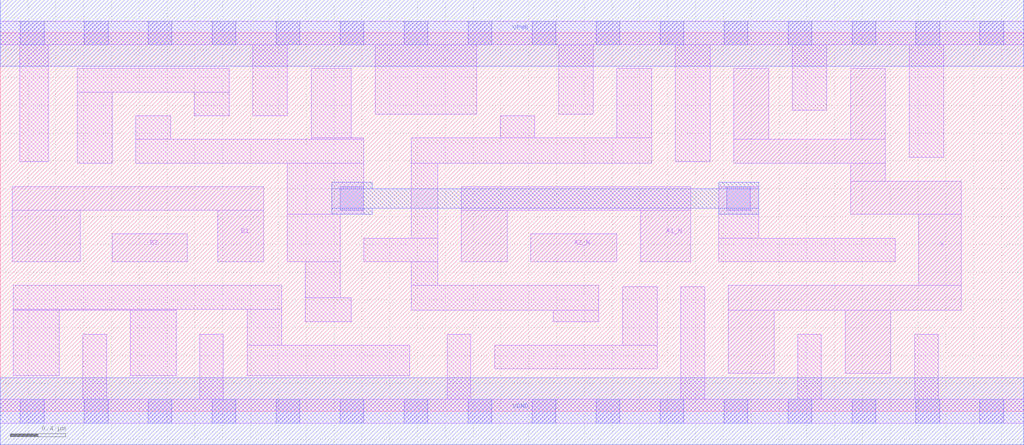
<source format=lef>
# Copyright 2020 The SkyWater PDK Authors
#
# Licensed under the Apache License, Version 2.0 (the "License");
# you may not use this file except in compliance with the License.
# You may obtain a copy of the License at
#
#     https://www.apache.org/licenses/LICENSE-2.0
#
# Unless required by applicable law or agreed to in writing, software
# distributed under the License is distributed on an "AS IS" BASIS,
# WITHOUT WARRANTIES OR CONDITIONS OF ANY KIND, either express or implied.
# See the License for the specific language governing permissions and
# limitations under the License.
#
# SPDX-License-Identifier: Apache-2.0

VERSION 5.7 ;
  NAMESCASESENSITIVE ON ;
  NOWIREEXTENSIONATPIN ON ;
  DIVIDERCHAR "/" ;
  BUSBITCHARS "[]" ;
UNITS
  DATABASE MICRONS 200 ;
END UNITS
MACRO sky130_fd_sc_hd__o2bb2a_4
  CLASS CORE ;
  FOREIGN sky130_fd_sc_hd__o2bb2a_4 ;
  ORIGIN  0.000000  0.000000 ;
  SIZE  7.360000 BY  2.720000 ;
  SYMMETRY X Y R90 ;
  SITE unithd ;
  PIN A1_N
    ANTENNAGATEAREA  0.495000 ;
    DIRECTION INPUT ;
    USE SIGNAL ;
    PORT
      LAYER li1 ;
        RECT 3.315000 1.075000 3.645000 1.445000 ;
        RECT 3.315000 1.445000 4.965000 1.615000 ;
        RECT 4.605000 1.075000 4.965000 1.445000 ;
    END
  END A1_N
  PIN A2_N
    ANTENNAGATEAREA  0.495000 ;
    DIRECTION INPUT ;
    USE SIGNAL ;
    PORT
      LAYER li1 ;
        RECT 3.815000 1.075000 4.435000 1.275000 ;
    END
  END A2_N
  PIN B1
    ANTENNAGATEAREA  0.495000 ;
    DIRECTION INPUT ;
    USE SIGNAL ;
    PORT
      LAYER li1 ;
        RECT 0.085000 1.075000 0.575000 1.445000 ;
        RECT 0.085000 1.445000 1.895000 1.615000 ;
        RECT 1.565000 1.075000 1.895000 1.445000 ;
    END
  END B1
  PIN B2
    ANTENNAGATEAREA  0.495000 ;
    DIRECTION INPUT ;
    USE SIGNAL ;
    PORT
      LAYER li1 ;
        RECT 0.805000 1.075000 1.345000 1.275000 ;
    END
  END B2
  PIN X
    ANTENNADIFFAREA  0.891000 ;
    DIRECTION OUTPUT ;
    USE SIGNAL ;
    PORT
      LAYER li1 ;
        RECT 5.235000 0.275000 5.565000 0.725000 ;
        RECT 5.235000 0.725000 6.910000 0.905000 ;
        RECT 5.275000 1.785000 6.365000 1.955000 ;
        RECT 5.275000 1.955000 5.525000 2.465000 ;
        RECT 6.075000 0.275000 6.405000 0.725000 ;
        RECT 6.115000 1.415000 6.910000 1.655000 ;
        RECT 6.115000 1.655000 6.365000 1.785000 ;
        RECT 6.115000 1.955000 6.365000 2.465000 ;
        RECT 6.605000 0.905000 6.910000 1.415000 ;
    END
  END X
  PIN VGND
    DIRECTION INOUT ;
    SHAPE ABUTMENT ;
    USE GROUND ;
    PORT
      LAYER met1 ;
        RECT 0.000000 -0.240000 7.360000 0.240000 ;
    END
  END VGND
  PIN VPWR
    DIRECTION INOUT ;
    SHAPE ABUTMENT ;
    USE POWER ;
    PORT
      LAYER met1 ;
        RECT 0.000000 2.480000 7.360000 2.960000 ;
    END
  END VPWR
  OBS
    LAYER li1 ;
      RECT 0.000000 -0.085000 7.360000 0.085000 ;
      RECT 0.000000  2.635000 7.360000 2.805000 ;
      RECT 0.095000  0.255000 0.425000 0.725000 ;
      RECT 0.095000  0.725000 1.265000 0.735000 ;
      RECT 0.095000  0.735000 2.025000 0.905000 ;
      RECT 0.140000  1.795000 0.345000 2.635000 ;
      RECT 0.555000  1.785000 0.805000 2.295000 ;
      RECT 0.555000  2.295000 1.645000 2.465000 ;
      RECT 0.595000  0.085000 0.765000 0.555000 ;
      RECT 0.935000  0.255000 1.265000 0.725000 ;
      RECT 0.975000  1.785000 2.615000 1.955000 ;
      RECT 0.975000  1.955000 1.225000 2.125000 ;
      RECT 1.395000  2.125000 1.645000 2.295000 ;
      RECT 1.435000  0.085000 1.605000 0.555000 ;
      RECT 1.775000  0.255000 2.945000 0.475000 ;
      RECT 1.775000  0.475000 2.025000 0.735000 ;
      RECT 1.815000  2.125000 2.065000 2.635000 ;
      RECT 2.065000  1.075000 2.445000 1.415000 ;
      RECT 2.065000  1.415000 2.615000 1.785000 ;
      RECT 2.195000  0.645000 2.525000 0.815000 ;
      RECT 2.195000  0.815000 2.445000 1.075000 ;
      RECT 2.235000  1.955000 2.615000 1.965000 ;
      RECT 2.235000  1.965000 2.525000 2.465000 ;
      RECT 2.615000  1.075000 3.145000 1.245000 ;
      RECT 2.695000  2.135000 3.425000 2.635000 ;
      RECT 2.955000  0.725000 4.305000 0.905000 ;
      RECT 2.955000  0.905000 3.145000 1.075000 ;
      RECT 2.955000  1.245000 3.145000 1.785000 ;
      RECT 2.955000  1.785000 4.685000 1.965000 ;
      RECT 3.215000  0.085000 3.385000 0.555000 ;
      RECT 3.555000  0.305000 4.725000 0.475000 ;
      RECT 3.595000  1.965000 3.845000 2.125000 ;
      RECT 3.975000  0.645000 4.305000 0.725000 ;
      RECT 4.015000  2.135000 4.265000 2.635000 ;
      RECT 4.435000  1.965000 4.685000 2.465000 ;
      RECT 4.475000  0.475000 4.725000 0.895000 ;
      RECT 4.855000  1.795000 5.105000 2.635000 ;
      RECT 4.895000  0.085000 5.065000 0.895000 ;
      RECT 5.165000  1.075000 6.435000 1.245000 ;
      RECT 5.165000  1.245000 5.455000 1.615000 ;
      RECT 5.695000  2.165000 5.945000 2.635000 ;
      RECT 5.735000  0.085000 5.905000 0.555000 ;
      RECT 6.535000  1.825000 6.785000 2.635000 ;
      RECT 6.575000  0.085000 6.745000 0.555000 ;
    LAYER mcon ;
      RECT 0.145000 -0.085000 0.315000 0.085000 ;
      RECT 0.145000  2.635000 0.315000 2.805000 ;
      RECT 0.605000 -0.085000 0.775000 0.085000 ;
      RECT 0.605000  2.635000 0.775000 2.805000 ;
      RECT 1.065000 -0.085000 1.235000 0.085000 ;
      RECT 1.065000  2.635000 1.235000 2.805000 ;
      RECT 1.525000 -0.085000 1.695000 0.085000 ;
      RECT 1.525000  2.635000 1.695000 2.805000 ;
      RECT 1.985000 -0.085000 2.155000 0.085000 ;
      RECT 1.985000  2.635000 2.155000 2.805000 ;
      RECT 2.445000 -0.085000 2.615000 0.085000 ;
      RECT 2.445000  1.445000 2.615000 1.615000 ;
      RECT 2.445000  2.635000 2.615000 2.805000 ;
      RECT 2.905000 -0.085000 3.075000 0.085000 ;
      RECT 2.905000  2.635000 3.075000 2.805000 ;
      RECT 3.365000 -0.085000 3.535000 0.085000 ;
      RECT 3.365000  2.635000 3.535000 2.805000 ;
      RECT 3.825000 -0.085000 3.995000 0.085000 ;
      RECT 3.825000  2.635000 3.995000 2.805000 ;
      RECT 4.285000 -0.085000 4.455000 0.085000 ;
      RECT 4.285000  2.635000 4.455000 2.805000 ;
      RECT 4.745000 -0.085000 4.915000 0.085000 ;
      RECT 4.745000  2.635000 4.915000 2.805000 ;
      RECT 5.205000 -0.085000 5.375000 0.085000 ;
      RECT 5.205000  2.635000 5.375000 2.805000 ;
      RECT 5.225000  1.445000 5.395000 1.615000 ;
      RECT 5.665000 -0.085000 5.835000 0.085000 ;
      RECT 5.665000  2.635000 5.835000 2.805000 ;
      RECT 6.125000 -0.085000 6.295000 0.085000 ;
      RECT 6.125000  2.635000 6.295000 2.805000 ;
      RECT 6.585000 -0.085000 6.755000 0.085000 ;
      RECT 6.585000  2.635000 6.755000 2.805000 ;
      RECT 7.045000 -0.085000 7.215000 0.085000 ;
      RECT 7.045000  2.635000 7.215000 2.805000 ;
    LAYER met1 ;
      RECT 2.385000 1.415000 2.675000 1.460000 ;
      RECT 2.385000 1.460000 5.455000 1.600000 ;
      RECT 2.385000 1.600000 2.675000 1.645000 ;
      RECT 5.165000 1.415000 5.455000 1.460000 ;
      RECT 5.165000 1.600000 5.455000 1.645000 ;
  END
END sky130_fd_sc_hd__o2bb2a_4
END LIBRARY

</source>
